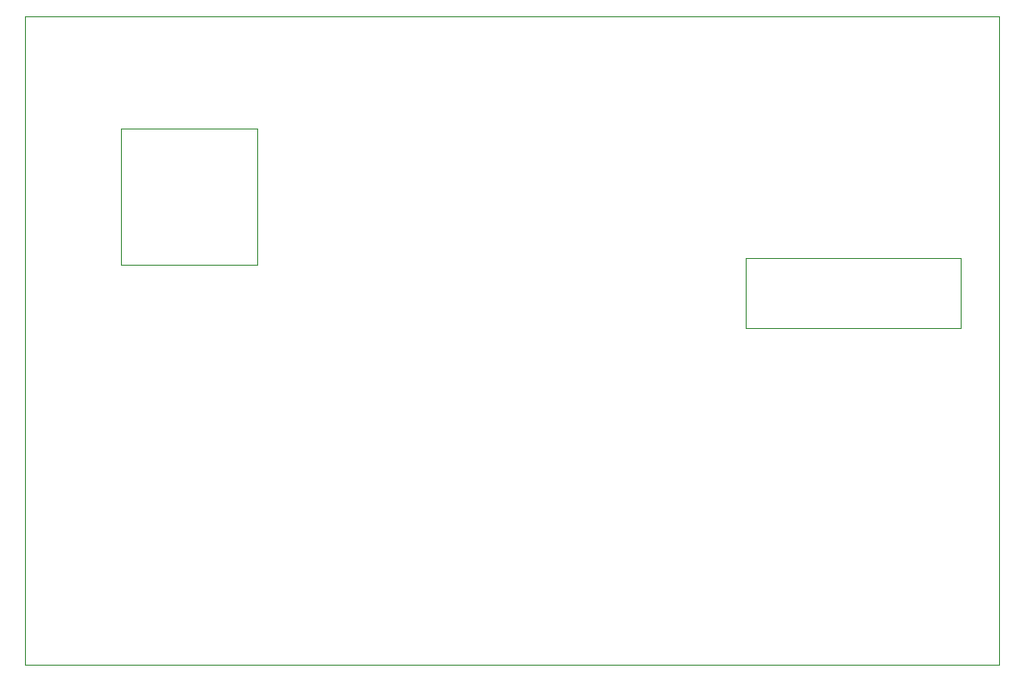
<source format=gbr>
G04 #@! TF.GenerationSoftware,KiCad,Pcbnew,5.1.2+dfsg1-1*
G04 #@! TF.CreationDate,2019-07-24T11:20:43+08:00*
G04 #@! TF.ProjectId,Power_Source,506f7765-725f-4536-9f75-7263652e6b69,rev?*
G04 #@! TF.SameCoordinates,Original*
G04 #@! TF.FileFunction,Profile,NP*
%FSLAX46Y46*%
G04 Gerber Fmt 4.6, Leading zero omitted, Abs format (unit mm)*
G04 Created by KiCad (PCBNEW 5.1.2+dfsg1-1) date 2019-07-24 11:20:43*
%MOMM*%
%LPD*%
G04 APERTURE LIST*
%ADD10C,0.050000*%
G04 APERTURE END LIST*
D10*
X189280000Y-94760000D02*
X170280000Y-94760000D01*
X170280000Y-88560000D02*
X189280000Y-88560000D01*
X192680000Y-88860000D02*
X192680000Y-94760000D01*
X189280000Y-88560000D02*
X189280000Y-94760000D01*
X192680000Y-94760000D02*
X192680000Y-124460000D01*
X192680000Y-67260000D02*
X192680000Y-88860000D01*
X170280000Y-88560000D02*
X170280000Y-94760000D01*
X127180000Y-77160000D02*
X115180000Y-77160000D01*
X127180000Y-89160000D02*
X127180000Y-77160000D01*
X115180000Y-89160000D02*
X127180000Y-89160000D01*
X115180000Y-77160000D02*
X115180000Y-89160000D01*
X192680000Y-67260000D02*
X106680000Y-67260000D01*
X106680000Y-124460000D02*
X192680000Y-124460000D01*
X106680000Y-67260000D02*
X106680000Y-124460000D01*
M02*

</source>
